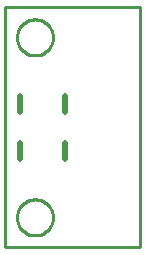
<source format=gko>
G04 EAGLE Gerber RS-274X export*
G75*
%MOMM*%
%FSLAX34Y34*%
%LPD*%
%IN*%
%IPPOS*%
%AMOC8*
5,1,8,0,0,1.08239X$1,22.5*%
G01*
%ADD10C,0.203200*%
%ADD11C,0.000000*%
%ADD12C,0.500000*%
%ADD13C,0.254000*%


D10*
X0Y0D02*
X114300Y0D01*
X114300Y203200D01*
X0Y203200D01*
X0Y0D01*
D11*
X10160Y177800D02*
X10165Y178174D01*
X10178Y178548D01*
X10201Y178921D01*
X10233Y179294D01*
X10275Y179666D01*
X10325Y180036D01*
X10384Y180405D01*
X10453Y180773D01*
X10530Y181139D01*
X10617Y181503D01*
X10712Y181865D01*
X10816Y182224D01*
X10929Y182581D01*
X11051Y182934D01*
X11181Y183285D01*
X11320Y183632D01*
X11467Y183976D01*
X11623Y184316D01*
X11787Y184652D01*
X11960Y184984D01*
X12140Y185312D01*
X12328Y185635D01*
X12524Y185953D01*
X12728Y186267D01*
X12940Y186575D01*
X13159Y186878D01*
X13386Y187176D01*
X13619Y187468D01*
X13860Y187754D01*
X14108Y188035D01*
X14362Y188309D01*
X14624Y188576D01*
X14891Y188838D01*
X15165Y189092D01*
X15446Y189340D01*
X15732Y189581D01*
X16024Y189814D01*
X16322Y190041D01*
X16625Y190260D01*
X16933Y190472D01*
X17247Y190676D01*
X17565Y190872D01*
X17888Y191060D01*
X18216Y191240D01*
X18548Y191413D01*
X18884Y191577D01*
X19224Y191733D01*
X19568Y191880D01*
X19915Y192019D01*
X20266Y192149D01*
X20619Y192271D01*
X20976Y192384D01*
X21335Y192488D01*
X21697Y192583D01*
X22061Y192670D01*
X22427Y192747D01*
X22795Y192816D01*
X23164Y192875D01*
X23534Y192925D01*
X23906Y192967D01*
X24279Y192999D01*
X24652Y193022D01*
X25026Y193035D01*
X25400Y193040D01*
X25774Y193035D01*
X26148Y193022D01*
X26521Y192999D01*
X26894Y192967D01*
X27266Y192925D01*
X27636Y192875D01*
X28005Y192816D01*
X28373Y192747D01*
X28739Y192670D01*
X29103Y192583D01*
X29465Y192488D01*
X29824Y192384D01*
X30181Y192271D01*
X30534Y192149D01*
X30885Y192019D01*
X31232Y191880D01*
X31576Y191733D01*
X31916Y191577D01*
X32252Y191413D01*
X32584Y191240D01*
X32912Y191060D01*
X33235Y190872D01*
X33553Y190676D01*
X33867Y190472D01*
X34175Y190260D01*
X34478Y190041D01*
X34776Y189814D01*
X35068Y189581D01*
X35354Y189340D01*
X35635Y189092D01*
X35909Y188838D01*
X36176Y188576D01*
X36438Y188309D01*
X36692Y188035D01*
X36940Y187754D01*
X37181Y187468D01*
X37414Y187176D01*
X37641Y186878D01*
X37860Y186575D01*
X38072Y186267D01*
X38276Y185953D01*
X38472Y185635D01*
X38660Y185312D01*
X38840Y184984D01*
X39013Y184652D01*
X39177Y184316D01*
X39333Y183976D01*
X39480Y183632D01*
X39619Y183285D01*
X39749Y182934D01*
X39871Y182581D01*
X39984Y182224D01*
X40088Y181865D01*
X40183Y181503D01*
X40270Y181139D01*
X40347Y180773D01*
X40416Y180405D01*
X40475Y180036D01*
X40525Y179666D01*
X40567Y179294D01*
X40599Y178921D01*
X40622Y178548D01*
X40635Y178174D01*
X40640Y177800D01*
X40635Y177426D01*
X40622Y177052D01*
X40599Y176679D01*
X40567Y176306D01*
X40525Y175934D01*
X40475Y175564D01*
X40416Y175195D01*
X40347Y174827D01*
X40270Y174461D01*
X40183Y174097D01*
X40088Y173735D01*
X39984Y173376D01*
X39871Y173019D01*
X39749Y172666D01*
X39619Y172315D01*
X39480Y171968D01*
X39333Y171624D01*
X39177Y171284D01*
X39013Y170948D01*
X38840Y170616D01*
X38660Y170288D01*
X38472Y169965D01*
X38276Y169647D01*
X38072Y169333D01*
X37860Y169025D01*
X37641Y168722D01*
X37414Y168424D01*
X37181Y168132D01*
X36940Y167846D01*
X36692Y167565D01*
X36438Y167291D01*
X36176Y167024D01*
X35909Y166762D01*
X35635Y166508D01*
X35354Y166260D01*
X35068Y166019D01*
X34776Y165786D01*
X34478Y165559D01*
X34175Y165340D01*
X33867Y165128D01*
X33553Y164924D01*
X33235Y164728D01*
X32912Y164540D01*
X32584Y164360D01*
X32252Y164187D01*
X31916Y164023D01*
X31576Y163867D01*
X31232Y163720D01*
X30885Y163581D01*
X30534Y163451D01*
X30181Y163329D01*
X29824Y163216D01*
X29465Y163112D01*
X29103Y163017D01*
X28739Y162930D01*
X28373Y162853D01*
X28005Y162784D01*
X27636Y162725D01*
X27266Y162675D01*
X26894Y162633D01*
X26521Y162601D01*
X26148Y162578D01*
X25774Y162565D01*
X25400Y162560D01*
X25026Y162565D01*
X24652Y162578D01*
X24279Y162601D01*
X23906Y162633D01*
X23534Y162675D01*
X23164Y162725D01*
X22795Y162784D01*
X22427Y162853D01*
X22061Y162930D01*
X21697Y163017D01*
X21335Y163112D01*
X20976Y163216D01*
X20619Y163329D01*
X20266Y163451D01*
X19915Y163581D01*
X19568Y163720D01*
X19224Y163867D01*
X18884Y164023D01*
X18548Y164187D01*
X18216Y164360D01*
X17888Y164540D01*
X17565Y164728D01*
X17247Y164924D01*
X16933Y165128D01*
X16625Y165340D01*
X16322Y165559D01*
X16024Y165786D01*
X15732Y166019D01*
X15446Y166260D01*
X15165Y166508D01*
X14891Y166762D01*
X14624Y167024D01*
X14362Y167291D01*
X14108Y167565D01*
X13860Y167846D01*
X13619Y168132D01*
X13386Y168424D01*
X13159Y168722D01*
X12940Y169025D01*
X12728Y169333D01*
X12524Y169647D01*
X12328Y169965D01*
X12140Y170288D01*
X11960Y170616D01*
X11787Y170948D01*
X11623Y171284D01*
X11467Y171624D01*
X11320Y171968D01*
X11181Y172315D01*
X11051Y172666D01*
X10929Y173019D01*
X10816Y173376D01*
X10712Y173735D01*
X10617Y174097D01*
X10530Y174461D01*
X10453Y174827D01*
X10384Y175195D01*
X10325Y175564D01*
X10275Y175934D01*
X10233Y176306D01*
X10201Y176679D01*
X10178Y177052D01*
X10165Y177426D01*
X10160Y177800D01*
X10160Y25400D02*
X10165Y25774D01*
X10178Y26148D01*
X10201Y26521D01*
X10233Y26894D01*
X10275Y27266D01*
X10325Y27636D01*
X10384Y28005D01*
X10453Y28373D01*
X10530Y28739D01*
X10617Y29103D01*
X10712Y29465D01*
X10816Y29824D01*
X10929Y30181D01*
X11051Y30534D01*
X11181Y30885D01*
X11320Y31232D01*
X11467Y31576D01*
X11623Y31916D01*
X11787Y32252D01*
X11960Y32584D01*
X12140Y32912D01*
X12328Y33235D01*
X12524Y33553D01*
X12728Y33867D01*
X12940Y34175D01*
X13159Y34478D01*
X13386Y34776D01*
X13619Y35068D01*
X13860Y35354D01*
X14108Y35635D01*
X14362Y35909D01*
X14624Y36176D01*
X14891Y36438D01*
X15165Y36692D01*
X15446Y36940D01*
X15732Y37181D01*
X16024Y37414D01*
X16322Y37641D01*
X16625Y37860D01*
X16933Y38072D01*
X17247Y38276D01*
X17565Y38472D01*
X17888Y38660D01*
X18216Y38840D01*
X18548Y39013D01*
X18884Y39177D01*
X19224Y39333D01*
X19568Y39480D01*
X19915Y39619D01*
X20266Y39749D01*
X20619Y39871D01*
X20976Y39984D01*
X21335Y40088D01*
X21697Y40183D01*
X22061Y40270D01*
X22427Y40347D01*
X22795Y40416D01*
X23164Y40475D01*
X23534Y40525D01*
X23906Y40567D01*
X24279Y40599D01*
X24652Y40622D01*
X25026Y40635D01*
X25400Y40640D01*
X25774Y40635D01*
X26148Y40622D01*
X26521Y40599D01*
X26894Y40567D01*
X27266Y40525D01*
X27636Y40475D01*
X28005Y40416D01*
X28373Y40347D01*
X28739Y40270D01*
X29103Y40183D01*
X29465Y40088D01*
X29824Y39984D01*
X30181Y39871D01*
X30534Y39749D01*
X30885Y39619D01*
X31232Y39480D01*
X31576Y39333D01*
X31916Y39177D01*
X32252Y39013D01*
X32584Y38840D01*
X32912Y38660D01*
X33235Y38472D01*
X33553Y38276D01*
X33867Y38072D01*
X34175Y37860D01*
X34478Y37641D01*
X34776Y37414D01*
X35068Y37181D01*
X35354Y36940D01*
X35635Y36692D01*
X35909Y36438D01*
X36176Y36176D01*
X36438Y35909D01*
X36692Y35635D01*
X36940Y35354D01*
X37181Y35068D01*
X37414Y34776D01*
X37641Y34478D01*
X37860Y34175D01*
X38072Y33867D01*
X38276Y33553D01*
X38472Y33235D01*
X38660Y32912D01*
X38840Y32584D01*
X39013Y32252D01*
X39177Y31916D01*
X39333Y31576D01*
X39480Y31232D01*
X39619Y30885D01*
X39749Y30534D01*
X39871Y30181D01*
X39984Y29824D01*
X40088Y29465D01*
X40183Y29103D01*
X40270Y28739D01*
X40347Y28373D01*
X40416Y28005D01*
X40475Y27636D01*
X40525Y27266D01*
X40567Y26894D01*
X40599Y26521D01*
X40622Y26148D01*
X40635Y25774D01*
X40640Y25400D01*
X40635Y25026D01*
X40622Y24652D01*
X40599Y24279D01*
X40567Y23906D01*
X40525Y23534D01*
X40475Y23164D01*
X40416Y22795D01*
X40347Y22427D01*
X40270Y22061D01*
X40183Y21697D01*
X40088Y21335D01*
X39984Y20976D01*
X39871Y20619D01*
X39749Y20266D01*
X39619Y19915D01*
X39480Y19568D01*
X39333Y19224D01*
X39177Y18884D01*
X39013Y18548D01*
X38840Y18216D01*
X38660Y17888D01*
X38472Y17565D01*
X38276Y17247D01*
X38072Y16933D01*
X37860Y16625D01*
X37641Y16322D01*
X37414Y16024D01*
X37181Y15732D01*
X36940Y15446D01*
X36692Y15165D01*
X36438Y14891D01*
X36176Y14624D01*
X35909Y14362D01*
X35635Y14108D01*
X35354Y13860D01*
X35068Y13619D01*
X34776Y13386D01*
X34478Y13159D01*
X34175Y12940D01*
X33867Y12728D01*
X33553Y12524D01*
X33235Y12328D01*
X32912Y12140D01*
X32584Y11960D01*
X32252Y11787D01*
X31916Y11623D01*
X31576Y11467D01*
X31232Y11320D01*
X30885Y11181D01*
X30534Y11051D01*
X30181Y10929D01*
X29824Y10816D01*
X29465Y10712D01*
X29103Y10617D01*
X28739Y10530D01*
X28373Y10453D01*
X28005Y10384D01*
X27636Y10325D01*
X27266Y10275D01*
X26894Y10233D01*
X26521Y10201D01*
X26148Y10178D01*
X25774Y10165D01*
X25400Y10160D01*
X25026Y10165D01*
X24652Y10178D01*
X24279Y10201D01*
X23906Y10233D01*
X23534Y10275D01*
X23164Y10325D01*
X22795Y10384D01*
X22427Y10453D01*
X22061Y10530D01*
X21697Y10617D01*
X21335Y10712D01*
X20976Y10816D01*
X20619Y10929D01*
X20266Y11051D01*
X19915Y11181D01*
X19568Y11320D01*
X19224Y11467D01*
X18884Y11623D01*
X18548Y11787D01*
X18216Y11960D01*
X17888Y12140D01*
X17565Y12328D01*
X17247Y12524D01*
X16933Y12728D01*
X16625Y12940D01*
X16322Y13159D01*
X16024Y13386D01*
X15732Y13619D01*
X15446Y13860D01*
X15165Y14108D01*
X14891Y14362D01*
X14624Y14624D01*
X14362Y14891D01*
X14108Y15165D01*
X13860Y15446D01*
X13619Y15732D01*
X13386Y16024D01*
X13159Y16322D01*
X12940Y16625D01*
X12728Y16933D01*
X12524Y17247D01*
X12328Y17565D01*
X12140Y17888D01*
X11960Y18216D01*
X11787Y18548D01*
X11623Y18884D01*
X11467Y19224D01*
X11320Y19568D01*
X11181Y19915D01*
X11051Y20266D01*
X10929Y20619D01*
X10816Y20976D01*
X10712Y21335D01*
X10617Y21697D01*
X10530Y22061D01*
X10453Y22427D01*
X10384Y22795D01*
X10325Y23164D01*
X10275Y23534D01*
X10233Y23906D01*
X10201Y24279D01*
X10178Y24652D01*
X10165Y25026D01*
X10160Y25400D01*
D12*
X12450Y114600D02*
X12450Y128600D01*
X12450Y88600D02*
X12450Y74600D01*
X51050Y114600D02*
X51050Y128600D01*
X51050Y88600D02*
X51050Y74600D01*
D13*
X0Y0D02*
X114300Y0D01*
X114300Y203200D01*
X0Y203200D01*
X0Y0D01*
X24856Y162560D02*
X23770Y162638D01*
X22692Y162793D01*
X21629Y163024D01*
X20584Y163331D01*
X19564Y163711D01*
X18574Y164163D01*
X17619Y164685D01*
X16703Y165274D01*
X15831Y165926D01*
X15009Y166639D01*
X14239Y167409D01*
X13526Y168231D01*
X12874Y169103D01*
X12285Y170019D01*
X11763Y170974D01*
X11311Y171964D01*
X10931Y172984D01*
X10624Y174029D01*
X10393Y175092D01*
X10238Y176170D01*
X10160Y177256D01*
X10160Y178344D01*
X10238Y179430D01*
X10393Y180508D01*
X10624Y181571D01*
X10931Y182616D01*
X11311Y183636D01*
X11763Y184626D01*
X12285Y185581D01*
X12874Y186497D01*
X13526Y187369D01*
X14239Y188191D01*
X15009Y188961D01*
X15831Y189674D01*
X16703Y190326D01*
X17619Y190915D01*
X18574Y191437D01*
X19564Y191889D01*
X20584Y192269D01*
X21629Y192576D01*
X22692Y192807D01*
X23770Y192962D01*
X24856Y193040D01*
X25944Y193040D01*
X27030Y192962D01*
X28108Y192807D01*
X29171Y192576D01*
X30216Y192269D01*
X31236Y191889D01*
X32226Y191437D01*
X33181Y190915D01*
X34097Y190326D01*
X34969Y189674D01*
X35791Y188961D01*
X36561Y188191D01*
X37274Y187369D01*
X37926Y186497D01*
X38515Y185581D01*
X39037Y184626D01*
X39489Y183636D01*
X39869Y182616D01*
X40176Y181571D01*
X40407Y180508D01*
X40562Y179430D01*
X40640Y178344D01*
X40640Y177256D01*
X40562Y176170D01*
X40407Y175092D01*
X40176Y174029D01*
X39869Y172984D01*
X39489Y171964D01*
X39037Y170974D01*
X38515Y170019D01*
X37926Y169103D01*
X37274Y168231D01*
X36561Y167409D01*
X35791Y166639D01*
X34969Y165926D01*
X34097Y165274D01*
X33181Y164685D01*
X32226Y164163D01*
X31236Y163711D01*
X30216Y163331D01*
X29171Y163024D01*
X28108Y162793D01*
X27030Y162638D01*
X25944Y162560D01*
X24856Y162560D01*
X24856Y10160D02*
X23770Y10238D01*
X22692Y10393D01*
X21629Y10624D01*
X20584Y10931D01*
X19564Y11311D01*
X18574Y11763D01*
X17619Y12285D01*
X16703Y12874D01*
X15831Y13526D01*
X15009Y14239D01*
X14239Y15009D01*
X13526Y15831D01*
X12874Y16703D01*
X12285Y17619D01*
X11763Y18574D01*
X11311Y19564D01*
X10931Y20584D01*
X10624Y21629D01*
X10393Y22692D01*
X10238Y23770D01*
X10160Y24856D01*
X10160Y25944D01*
X10238Y27030D01*
X10393Y28108D01*
X10624Y29171D01*
X10931Y30216D01*
X11311Y31236D01*
X11763Y32226D01*
X12285Y33181D01*
X12874Y34097D01*
X13526Y34969D01*
X14239Y35791D01*
X15009Y36561D01*
X15831Y37274D01*
X16703Y37926D01*
X17619Y38515D01*
X18574Y39037D01*
X19564Y39489D01*
X20584Y39869D01*
X21629Y40176D01*
X22692Y40407D01*
X23770Y40562D01*
X24856Y40640D01*
X25944Y40640D01*
X27030Y40562D01*
X28108Y40407D01*
X29171Y40176D01*
X30216Y39869D01*
X31236Y39489D01*
X32226Y39037D01*
X33181Y38515D01*
X34097Y37926D01*
X34969Y37274D01*
X35791Y36561D01*
X36561Y35791D01*
X37274Y34969D01*
X37926Y34097D01*
X38515Y33181D01*
X39037Y32226D01*
X39489Y31236D01*
X39869Y30216D01*
X40176Y29171D01*
X40407Y28108D01*
X40562Y27030D01*
X40640Y25944D01*
X40640Y24856D01*
X40562Y23770D01*
X40407Y22692D01*
X40176Y21629D01*
X39869Y20584D01*
X39489Y19564D01*
X39037Y18574D01*
X38515Y17619D01*
X37926Y16703D01*
X37274Y15831D01*
X36561Y15009D01*
X35791Y14239D01*
X34969Y13526D01*
X34097Y12874D01*
X33181Y12285D01*
X32226Y11763D01*
X31236Y11311D01*
X30216Y10931D01*
X29171Y10624D01*
X28108Y10393D01*
X27030Y10238D01*
X25944Y10160D01*
X24856Y10160D01*
M02*

</source>
